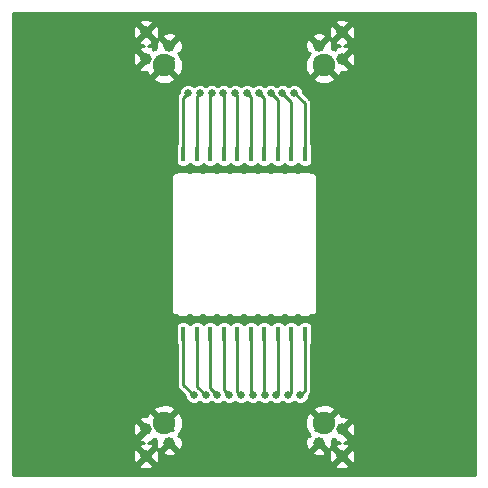
<source format=gbr>
G04 #@! TF.GenerationSoftware,KiCad,Pcbnew,(5.1.5)-3*
G04 #@! TF.CreationDate,2020-01-16T17:02:50-07:00*
G04 #@! TF.ProjectId,Igloo10,49676c6f-6f31-4302-9e6b-696361645f70,rev?*
G04 #@! TF.SameCoordinates,Original*
G04 #@! TF.FileFunction,Copper,L1,Top*
G04 #@! TF.FilePolarity,Positive*
%FSLAX46Y46*%
G04 Gerber Fmt 4.6, Leading zero omitted, Abs format (unit mm)*
G04 Created by KiCad (PCBNEW (5.1.5)-3) date 2020-01-16 17:02:50*
%MOMM*%
%LPD*%
G04 APERTURE LIST*
%ADD10C,1.000000*%
%ADD11C,1.900000*%
%ADD12R,0.381000X1.270000*%
%ADD13C,0.711000*%
%ADD14C,3.280000*%
%ADD15C,1.016000*%
%ADD16C,0.635000*%
%ADD17C,0.254000*%
G04 APERTURE END LIST*
D10*
X109545000Y-48675000D03*
X122195000Y-48675000D03*
X107570000Y-47550000D03*
X107570000Y-49800000D03*
X124170000Y-47550000D03*
X124170000Y-49800000D03*
D11*
X109120000Y-50350000D03*
X122620000Y-50350000D03*
D12*
X110726500Y-57855000D03*
X111869500Y-57855000D03*
X113012500Y-57855000D03*
X114155500Y-57855000D03*
X115298500Y-57855000D03*
X116441500Y-57855000D03*
X117584500Y-57855000D03*
X118727500Y-57855000D03*
X119870500Y-57855000D03*
X121013500Y-57855000D03*
D10*
X122195000Y-82295000D03*
X109545000Y-82295000D03*
X124170000Y-83420000D03*
X124170000Y-81170000D03*
X107570000Y-83420000D03*
X107570000Y-81170000D03*
D11*
X122620000Y-80620000D03*
X109120000Y-80620000D03*
D12*
X121013500Y-73085000D03*
X119870500Y-73085000D03*
X118727500Y-73085000D03*
X117584500Y-73085000D03*
X116441500Y-73085000D03*
X115298500Y-73085000D03*
X114155500Y-73085000D03*
X113012500Y-73085000D03*
X111869500Y-73085000D03*
X110726500Y-73085000D03*
D13*
X113573400Y-59220000D03*
X115870000Y-71720000D03*
X131110000Y-65470000D03*
X103130000Y-73090000D03*
D14*
X131110000Y-57850000D03*
X131110000Y-73090000D03*
X100630000Y-57850000D03*
D13*
X109155000Y-61470000D03*
X127870000Y-62470000D03*
X123585000Y-75470000D03*
X100630000Y-65470000D03*
X109155000Y-69470000D03*
X103870000Y-68470000D03*
X128610000Y-73130000D03*
X117020000Y-71710400D03*
X98130000Y-57850000D03*
X118173400Y-59220000D03*
X119323400Y-59220000D03*
X122585000Y-61470000D03*
X120473400Y-59220000D03*
X112420000Y-71720000D03*
X111273400Y-59220000D03*
X128610000Y-57830000D03*
D15*
X124585000Y-70470000D03*
D13*
X121620000Y-71710400D03*
X110123400Y-59220000D03*
X114720000Y-71720000D03*
X123585000Y-72470000D03*
X123585000Y-58470000D03*
X110120000Y-71720000D03*
X123585000Y-55470000D03*
X133610000Y-57870000D03*
X108155000Y-58470000D03*
X113570000Y-71720000D03*
X119320000Y-71710400D03*
X114723400Y-59220000D03*
D14*
X100630000Y-73090000D03*
D13*
X103130000Y-57850000D03*
X111270000Y-71720000D03*
X120470000Y-71710400D03*
X115873400Y-59220000D03*
D15*
X100630000Y-61850000D03*
D13*
X122585000Y-69470000D03*
X109155000Y-65560000D03*
X108155000Y-55470000D03*
X122585000Y-65480000D03*
X112423400Y-59220000D03*
X98130000Y-73090000D03*
X117023400Y-59220000D03*
X103870000Y-62470000D03*
X133610000Y-73090000D03*
X121623400Y-59220000D03*
X108155000Y-72470000D03*
X127870000Y-68470000D03*
X108155000Y-75470000D03*
X118170000Y-71720000D03*
D15*
X107155000Y-60470000D03*
X107155000Y-70390000D03*
X124585000Y-60470000D03*
X124585000Y-65470000D03*
X131110000Y-61850000D03*
X131110000Y-53850000D03*
X131110000Y-69090000D03*
X131110000Y-77090000D03*
X100630000Y-69090000D03*
X100630000Y-77090000D03*
X107155000Y-65470000D03*
X100630000Y-53850000D03*
D16*
X115120000Y-52675000D03*
X114120000Y-52675000D03*
X113120000Y-52675000D03*
X112120000Y-52675000D03*
X111120000Y-52675000D03*
X118120000Y-52675000D03*
X120120000Y-52675000D03*
X119120000Y-52675000D03*
X116120000Y-52675000D03*
X117120000Y-52675000D03*
X116620000Y-78295000D03*
X117620000Y-78295000D03*
X118620000Y-78295000D03*
X119620000Y-78295000D03*
X120620000Y-78295000D03*
X113620000Y-78295000D03*
X111620000Y-78295000D03*
X112620000Y-78295000D03*
X115620000Y-78295000D03*
X114620000Y-78295000D03*
D17*
X115298500Y-52853500D02*
X115120000Y-52675000D01*
X115298500Y-57855000D02*
X115298500Y-52853500D01*
X114155500Y-52710500D02*
X114120000Y-52675000D01*
X114155500Y-57855000D02*
X114155500Y-52710500D01*
X113012500Y-52782500D02*
X113120000Y-52675000D01*
X113012500Y-57855000D02*
X113012500Y-52782500D01*
X111869500Y-52925500D02*
X112120000Y-52675000D01*
X111869500Y-57855000D02*
X111869500Y-52925500D01*
X110726500Y-53068500D02*
X111120000Y-52675000D01*
X110726500Y-57855000D02*
X110726500Y-53068500D01*
X118727500Y-53282500D02*
X118120000Y-52675000D01*
X118727500Y-57855000D02*
X118727500Y-53282500D01*
X121013500Y-53568500D02*
X120120000Y-52675000D01*
X121013500Y-57855000D02*
X121013500Y-53568500D01*
X119870500Y-53425500D02*
X119120000Y-52675000D01*
X119870500Y-57855000D02*
X119870500Y-53425500D01*
X116441500Y-52996500D02*
X116120000Y-52675000D01*
X116441500Y-57855000D02*
X116441500Y-52996500D01*
X117584500Y-53139500D02*
X117120000Y-52675000D01*
X117584500Y-57855000D02*
X117584500Y-53139500D01*
X116441500Y-78116500D02*
X116620000Y-78295000D01*
X116441500Y-73085000D02*
X116441500Y-78116500D01*
X117584500Y-78259500D02*
X117620000Y-78295000D01*
X117584500Y-73085000D02*
X117584500Y-78259500D01*
X118727500Y-78187500D02*
X118620000Y-78295000D01*
X118727500Y-73085000D02*
X118727500Y-78187500D01*
X119870500Y-78044500D02*
X119620000Y-78295000D01*
X119870500Y-73085000D02*
X119870500Y-78044500D01*
X121013500Y-77901500D02*
X121013500Y-73085000D01*
X120620000Y-78295000D02*
X121013500Y-77901500D01*
X113012500Y-77687500D02*
X113012500Y-73085000D01*
X113620000Y-78295000D02*
X113012500Y-77687500D01*
X110726500Y-77401500D02*
X110726500Y-73085000D01*
X111620000Y-78295000D02*
X110726500Y-77401500D01*
X111869500Y-77544500D02*
X111869500Y-73085000D01*
X112620000Y-78295000D02*
X111869500Y-77544500D01*
X115298500Y-77973500D02*
X115298500Y-73085000D01*
X115620000Y-78295000D02*
X115298500Y-77973500D01*
X114155500Y-77830500D02*
X114155500Y-73085000D01*
X114620000Y-78295000D02*
X114155500Y-77830500D01*
G36*
X135418001Y-85018000D02*
G01*
X96322000Y-85018000D01*
X96322000Y-84198166D01*
X106971439Y-84198166D01*
X107006550Y-84411588D01*
X107210826Y-84502458D01*
X107428905Y-84551731D01*
X107652406Y-84557511D01*
X107872740Y-84519577D01*
X108081440Y-84439387D01*
X108133450Y-84411588D01*
X108168561Y-84198166D01*
X123571439Y-84198166D01*
X123606550Y-84411588D01*
X123810826Y-84502458D01*
X124028905Y-84551731D01*
X124252406Y-84557511D01*
X124472740Y-84519577D01*
X124681440Y-84439387D01*
X124733450Y-84411588D01*
X124768561Y-84198166D01*
X124170000Y-83599605D01*
X123571439Y-84198166D01*
X108168561Y-84198166D01*
X107570000Y-83599605D01*
X106971439Y-84198166D01*
X96322000Y-84198166D01*
X96322000Y-83502406D01*
X106432489Y-83502406D01*
X106470423Y-83722740D01*
X106550613Y-83931440D01*
X106578412Y-83983450D01*
X106791834Y-84018561D01*
X107390395Y-83420000D01*
X106791834Y-82821439D01*
X106578412Y-82856550D01*
X106487542Y-83060826D01*
X106438269Y-83278905D01*
X106432489Y-83502406D01*
X96322000Y-83502406D01*
X96322000Y-81252406D01*
X106432489Y-81252406D01*
X106470423Y-81472740D01*
X106550613Y-81681440D01*
X106578412Y-81733450D01*
X106791834Y-81768561D01*
X107390395Y-81170000D01*
X106791834Y-80571439D01*
X106578412Y-80606550D01*
X106487542Y-80810826D01*
X106438269Y-81028905D01*
X106432489Y-81252406D01*
X96322000Y-81252406D01*
X96322000Y-80391834D01*
X106971439Y-80391834D01*
X107570000Y-80990395D01*
X107571177Y-80989218D01*
X107571816Y-80993791D01*
X107670551Y-81277339D01*
X107584143Y-81363748D01*
X107570000Y-81349605D01*
X106971439Y-81948166D01*
X107006550Y-82161588D01*
X107210826Y-82252458D01*
X107405952Y-82296545D01*
X107267260Y-82320423D01*
X107058560Y-82400613D01*
X107006550Y-82428412D01*
X106971439Y-82641834D01*
X107570000Y-83240395D01*
X108168561Y-82641834D01*
X108133450Y-82428412D01*
X107929174Y-82337542D01*
X107734048Y-82293455D01*
X107872740Y-82269577D01*
X108081440Y-82189387D01*
X108133450Y-82161588D01*
X108168561Y-81948169D01*
X108286211Y-82065819D01*
X108345806Y-82006224D01*
X108436707Y-82050170D01*
X108413269Y-82153905D01*
X108407489Y-82377406D01*
X108445423Y-82597740D01*
X108525613Y-82806440D01*
X108551510Y-82854892D01*
X108348166Y-82821439D01*
X107749605Y-83420000D01*
X108348166Y-84018561D01*
X108561588Y-83983450D01*
X108652458Y-83779174D01*
X108701731Y-83561095D01*
X108707511Y-83337594D01*
X108669577Y-83117260D01*
X108652635Y-83073166D01*
X108946439Y-83073166D01*
X108981550Y-83286588D01*
X109185826Y-83377458D01*
X109403905Y-83426731D01*
X109627406Y-83432511D01*
X109847740Y-83394577D01*
X110056440Y-83314387D01*
X110108450Y-83286588D01*
X110143561Y-83073166D01*
X121596439Y-83073166D01*
X121631550Y-83286588D01*
X121835826Y-83377458D01*
X122053905Y-83426731D01*
X122277406Y-83432511D01*
X122497740Y-83394577D01*
X122706440Y-83314387D01*
X122758450Y-83286588D01*
X122793561Y-83073166D01*
X122195000Y-82474605D01*
X121596439Y-83073166D01*
X110143561Y-83073166D01*
X109545000Y-82474605D01*
X108946439Y-83073166D01*
X108652635Y-83073166D01*
X108589387Y-82908560D01*
X108563490Y-82860108D01*
X108766834Y-82893561D01*
X109365395Y-82295000D01*
X109351253Y-82280858D01*
X109459079Y-82173031D01*
X109493791Y-82168184D01*
X109591908Y-82134018D01*
X109738748Y-82280858D01*
X109724605Y-82295000D01*
X110323166Y-82893561D01*
X110536588Y-82858450D01*
X110627458Y-82654174D01*
X110676731Y-82436095D01*
X110682511Y-82212594D01*
X110644577Y-81992260D01*
X110564387Y-81783560D01*
X110536588Y-81731550D01*
X110323169Y-81696439D01*
X110440819Y-81578789D01*
X110355279Y-81493249D01*
X110479042Y-81450421D01*
X110614935Y-81169329D01*
X110693379Y-80867127D01*
X110703909Y-80684573D01*
X121028641Y-80684573D01*
X121071816Y-80993791D01*
X121174487Y-81288644D01*
X121260958Y-81450421D01*
X121384721Y-81493249D01*
X121299181Y-81578789D01*
X121416831Y-81696439D01*
X121203412Y-81731550D01*
X121112542Y-81935826D01*
X121063269Y-82153905D01*
X121057489Y-82377406D01*
X121095423Y-82597740D01*
X121175613Y-82806440D01*
X121203412Y-82858450D01*
X121416834Y-82893561D01*
X122015395Y-82295000D01*
X122001253Y-82280858D01*
X122147287Y-82134823D01*
X122276166Y-82168276D01*
X122388748Y-82280858D01*
X122374605Y-82295000D01*
X122973166Y-82893561D01*
X123176854Y-82860051D01*
X123087542Y-83060826D01*
X123038269Y-83278905D01*
X123032489Y-83502406D01*
X123070423Y-83722740D01*
X123150613Y-83931440D01*
X123178412Y-83983450D01*
X123391834Y-84018561D01*
X123990395Y-83420000D01*
X124349605Y-83420000D01*
X124948166Y-84018561D01*
X125161588Y-83983450D01*
X125252458Y-83779174D01*
X125301731Y-83561095D01*
X125307511Y-83337594D01*
X125269577Y-83117260D01*
X125189387Y-82908560D01*
X125161588Y-82856550D01*
X124948166Y-82821439D01*
X124349605Y-83420000D01*
X123990395Y-83420000D01*
X123391834Y-82821439D01*
X123188146Y-82854949D01*
X123277458Y-82654174D01*
X123326731Y-82436095D01*
X123332511Y-82212594D01*
X123305626Y-82056436D01*
X123396065Y-82008095D01*
X123453789Y-82065819D01*
X123571439Y-81948169D01*
X123606550Y-82161588D01*
X123810826Y-82252458D01*
X124005952Y-82296545D01*
X123867260Y-82320423D01*
X123658560Y-82400613D01*
X123606550Y-82428412D01*
X123571439Y-82641834D01*
X124170000Y-83240395D01*
X124768561Y-82641834D01*
X124733450Y-82428412D01*
X124529174Y-82337542D01*
X124334048Y-82293455D01*
X124472740Y-82269577D01*
X124681440Y-82189387D01*
X124733450Y-82161588D01*
X124768561Y-81948166D01*
X124170000Y-81349605D01*
X124155858Y-81363748D01*
X124064912Y-81272802D01*
X124114610Y-81170000D01*
X124349605Y-81170000D01*
X124948166Y-81768561D01*
X125161588Y-81733450D01*
X125252458Y-81529174D01*
X125301731Y-81311095D01*
X125307511Y-81087594D01*
X125269577Y-80867260D01*
X125189387Y-80658560D01*
X125161588Y-80606550D01*
X124948166Y-80571439D01*
X124349605Y-81170000D01*
X124114610Y-81170000D01*
X124114935Y-81169329D01*
X124163158Y-80983553D01*
X124170000Y-80990395D01*
X124768561Y-80391834D01*
X124733450Y-80178412D01*
X124529174Y-80087542D01*
X124311095Y-80038269D01*
X124093820Y-80032650D01*
X124065513Y-79951356D01*
X123979042Y-79789579D01*
X123719752Y-79699853D01*
X122799605Y-80620000D01*
X123069644Y-80890039D01*
X123038269Y-81028905D01*
X123033505Y-81213110D01*
X122620000Y-80799605D01*
X122258347Y-81161258D01*
X122112594Y-81157489D01*
X121892260Y-81195423D01*
X121847944Y-81212451D01*
X122440395Y-80620000D01*
X121520248Y-79699853D01*
X121260958Y-79789579D01*
X121125065Y-80070671D01*
X121046621Y-80372873D01*
X121028641Y-80684573D01*
X110703909Y-80684573D01*
X110711359Y-80555427D01*
X110668184Y-80246209D01*
X110565513Y-79951356D01*
X110479042Y-79789579D01*
X110219752Y-79699853D01*
X109299605Y-80620000D01*
X109888636Y-81209031D01*
X109686095Y-81163269D01*
X109478290Y-81157895D01*
X109120000Y-80799605D01*
X108704206Y-81215399D01*
X108707511Y-81087594D01*
X108673037Y-80887358D01*
X108940395Y-80620000D01*
X108020248Y-79699853D01*
X107760958Y-79789579D01*
X107641599Y-80036472D01*
X107487594Y-80032489D01*
X107267260Y-80070423D01*
X107058560Y-80150613D01*
X107006550Y-80178412D01*
X106971439Y-80391834D01*
X96322000Y-80391834D01*
X96322000Y-79520248D01*
X108199853Y-79520248D01*
X109120000Y-80440395D01*
X110040147Y-79520248D01*
X121699853Y-79520248D01*
X122620000Y-80440395D01*
X123540147Y-79520248D01*
X123450421Y-79260958D01*
X123169329Y-79125065D01*
X122867127Y-79046621D01*
X122555427Y-79028641D01*
X122246209Y-79071816D01*
X121951356Y-79174487D01*
X121789579Y-79260958D01*
X121699853Y-79520248D01*
X110040147Y-79520248D01*
X109950421Y-79260958D01*
X109669329Y-79125065D01*
X109367127Y-79046621D01*
X109055427Y-79028641D01*
X108746209Y-79071816D01*
X108451356Y-79174487D01*
X108289579Y-79260958D01*
X108199853Y-79520248D01*
X96322000Y-79520248D01*
X96322000Y-72450000D01*
X110106934Y-72450000D01*
X110106934Y-73720000D01*
X110115178Y-73803707D01*
X110139595Y-73884196D01*
X110172501Y-73945758D01*
X110172500Y-77374296D01*
X110169821Y-77401500D01*
X110172500Y-77428704D01*
X110172500Y-77428711D01*
X110178322Y-77487821D01*
X110180516Y-77510103D01*
X110190126Y-77541782D01*
X110212195Y-77614531D01*
X110263637Y-77710775D01*
X110332868Y-77795132D01*
X110354010Y-77812483D01*
X110875500Y-78333974D01*
X110875500Y-78368327D01*
X110904111Y-78512163D01*
X110960233Y-78647653D01*
X111041709Y-78769591D01*
X111145409Y-78873291D01*
X111267347Y-78954767D01*
X111402837Y-79010889D01*
X111546673Y-79039500D01*
X111693327Y-79039500D01*
X111837163Y-79010889D01*
X111972653Y-78954767D01*
X112094591Y-78873291D01*
X112120000Y-78847882D01*
X112145409Y-78873291D01*
X112267347Y-78954767D01*
X112402837Y-79010889D01*
X112546673Y-79039500D01*
X112693327Y-79039500D01*
X112837163Y-79010889D01*
X112972653Y-78954767D01*
X113094591Y-78873291D01*
X113120000Y-78847882D01*
X113145409Y-78873291D01*
X113267347Y-78954767D01*
X113402837Y-79010889D01*
X113546673Y-79039500D01*
X113693327Y-79039500D01*
X113837163Y-79010889D01*
X113972653Y-78954767D01*
X114094591Y-78873291D01*
X114120000Y-78847882D01*
X114145409Y-78873291D01*
X114267347Y-78954767D01*
X114402837Y-79010889D01*
X114546673Y-79039500D01*
X114693327Y-79039500D01*
X114837163Y-79010889D01*
X114972653Y-78954767D01*
X115094591Y-78873291D01*
X115120000Y-78847882D01*
X115145409Y-78873291D01*
X115267347Y-78954767D01*
X115402837Y-79010889D01*
X115546673Y-79039500D01*
X115693327Y-79039500D01*
X115837163Y-79010889D01*
X115972653Y-78954767D01*
X116094591Y-78873291D01*
X116120000Y-78847882D01*
X116145409Y-78873291D01*
X116267347Y-78954767D01*
X116402837Y-79010889D01*
X116546673Y-79039500D01*
X116693327Y-79039500D01*
X116837163Y-79010889D01*
X116972653Y-78954767D01*
X117094591Y-78873291D01*
X117120000Y-78847882D01*
X117145409Y-78873291D01*
X117267347Y-78954767D01*
X117402837Y-79010889D01*
X117546673Y-79039500D01*
X117693327Y-79039500D01*
X117837163Y-79010889D01*
X117972653Y-78954767D01*
X118094591Y-78873291D01*
X118120000Y-78847882D01*
X118145409Y-78873291D01*
X118267347Y-78954767D01*
X118402837Y-79010889D01*
X118546673Y-79039500D01*
X118693327Y-79039500D01*
X118837163Y-79010889D01*
X118972653Y-78954767D01*
X119094591Y-78873291D01*
X119120000Y-78847882D01*
X119145409Y-78873291D01*
X119267347Y-78954767D01*
X119402837Y-79010889D01*
X119546673Y-79039500D01*
X119693327Y-79039500D01*
X119837163Y-79010889D01*
X119972653Y-78954767D01*
X120094591Y-78873291D01*
X120120000Y-78847882D01*
X120145409Y-78873291D01*
X120267347Y-78954767D01*
X120402837Y-79010889D01*
X120546673Y-79039500D01*
X120693327Y-79039500D01*
X120837163Y-79010889D01*
X120972653Y-78954767D01*
X121094591Y-78873291D01*
X121198291Y-78769591D01*
X121279767Y-78647653D01*
X121335889Y-78512163D01*
X121364500Y-78368327D01*
X121364500Y-78333974D01*
X121385995Y-78312479D01*
X121407132Y-78295132D01*
X121476363Y-78210775D01*
X121527805Y-78114532D01*
X121559484Y-78010103D01*
X121567500Y-77928712D01*
X121567500Y-77928703D01*
X121570179Y-77901501D01*
X121567500Y-77874299D01*
X121567500Y-73945757D01*
X121600405Y-73884196D01*
X121624822Y-73803707D01*
X121633066Y-73720000D01*
X121633066Y-72450000D01*
X121624822Y-72366293D01*
X121600405Y-72285804D01*
X121560755Y-72211624D01*
X121507395Y-72146605D01*
X121442376Y-72093245D01*
X121368196Y-72053595D01*
X121287707Y-72029178D01*
X121204000Y-72020934D01*
X120823000Y-72020934D01*
X120739293Y-72029178D01*
X120658804Y-72053595D01*
X120584624Y-72093245D01*
X120519605Y-72146605D01*
X120466245Y-72211624D01*
X120442000Y-72256983D01*
X120417755Y-72211624D01*
X120364395Y-72146605D01*
X120299376Y-72093245D01*
X120225196Y-72053595D01*
X120144707Y-72029178D01*
X120061000Y-72020934D01*
X119680000Y-72020934D01*
X119596293Y-72029178D01*
X119515804Y-72053595D01*
X119441624Y-72093245D01*
X119376605Y-72146605D01*
X119323245Y-72211624D01*
X119299000Y-72256983D01*
X119274755Y-72211624D01*
X119221395Y-72146605D01*
X119156376Y-72093245D01*
X119082196Y-72053595D01*
X119001707Y-72029178D01*
X118918000Y-72020934D01*
X118537000Y-72020934D01*
X118453293Y-72029178D01*
X118372804Y-72053595D01*
X118298624Y-72093245D01*
X118233605Y-72146605D01*
X118180245Y-72211624D01*
X118156000Y-72256983D01*
X118131755Y-72211624D01*
X118078395Y-72146605D01*
X118013376Y-72093245D01*
X117939196Y-72053595D01*
X117858707Y-72029178D01*
X117775000Y-72020934D01*
X117394000Y-72020934D01*
X117310293Y-72029178D01*
X117229804Y-72053595D01*
X117155624Y-72093245D01*
X117090605Y-72146605D01*
X117037245Y-72211624D01*
X117013000Y-72256983D01*
X116988755Y-72211624D01*
X116935395Y-72146605D01*
X116870376Y-72093245D01*
X116796196Y-72053595D01*
X116715707Y-72029178D01*
X116632000Y-72020934D01*
X116251000Y-72020934D01*
X116167293Y-72029178D01*
X116086804Y-72053595D01*
X116012624Y-72093245D01*
X115947605Y-72146605D01*
X115894245Y-72211624D01*
X115870000Y-72256983D01*
X115845755Y-72211624D01*
X115792395Y-72146605D01*
X115727376Y-72093245D01*
X115653196Y-72053595D01*
X115572707Y-72029178D01*
X115489000Y-72020934D01*
X115108000Y-72020934D01*
X115024293Y-72029178D01*
X114943804Y-72053595D01*
X114869624Y-72093245D01*
X114804605Y-72146605D01*
X114751245Y-72211624D01*
X114727000Y-72256983D01*
X114702755Y-72211624D01*
X114649395Y-72146605D01*
X114584376Y-72093245D01*
X114510196Y-72053595D01*
X114429707Y-72029178D01*
X114346000Y-72020934D01*
X113965000Y-72020934D01*
X113881293Y-72029178D01*
X113800804Y-72053595D01*
X113726624Y-72093245D01*
X113661605Y-72146605D01*
X113608245Y-72211624D01*
X113584000Y-72256983D01*
X113559755Y-72211624D01*
X113506395Y-72146605D01*
X113441376Y-72093245D01*
X113367196Y-72053595D01*
X113286707Y-72029178D01*
X113203000Y-72020934D01*
X112822000Y-72020934D01*
X112738293Y-72029178D01*
X112657804Y-72053595D01*
X112583624Y-72093245D01*
X112518605Y-72146605D01*
X112465245Y-72211624D01*
X112441000Y-72256983D01*
X112416755Y-72211624D01*
X112363395Y-72146605D01*
X112298376Y-72093245D01*
X112224196Y-72053595D01*
X112143707Y-72029178D01*
X112060000Y-72020934D01*
X111679000Y-72020934D01*
X111595293Y-72029178D01*
X111514804Y-72053595D01*
X111440624Y-72093245D01*
X111375605Y-72146605D01*
X111322245Y-72211624D01*
X111298000Y-72256983D01*
X111273755Y-72211624D01*
X111220395Y-72146605D01*
X111155376Y-72093245D01*
X111081196Y-72053595D01*
X111000707Y-72029178D01*
X110917000Y-72020934D01*
X110536000Y-72020934D01*
X110452293Y-72029178D01*
X110371804Y-72053595D01*
X110297624Y-72093245D01*
X110232605Y-72146605D01*
X110179245Y-72211624D01*
X110139595Y-72285804D01*
X110115178Y-72366293D01*
X110106934Y-72450000D01*
X96322000Y-72450000D01*
X96322000Y-59755000D01*
X109700813Y-59755000D01*
X109703001Y-59777215D01*
X109703000Y-71162795D01*
X109700813Y-71185000D01*
X109709540Y-71273607D01*
X109735386Y-71358810D01*
X109777357Y-71437333D01*
X109833841Y-71506159D01*
X109902667Y-71562643D01*
X109981190Y-71604614D01*
X110066393Y-71630460D01*
X110155000Y-71639187D01*
X110177205Y-71637000D01*
X121562795Y-71637000D01*
X121585000Y-71639187D01*
X121607205Y-71637000D01*
X121673607Y-71630460D01*
X121758810Y-71604614D01*
X121837333Y-71562643D01*
X121906159Y-71506159D01*
X121962643Y-71437333D01*
X122004614Y-71358810D01*
X122030460Y-71273607D01*
X122039187Y-71185000D01*
X122037000Y-71162795D01*
X122037000Y-59777205D01*
X122039187Y-59755000D01*
X122030460Y-59666393D01*
X122004614Y-59581190D01*
X121962643Y-59502667D01*
X121906159Y-59433841D01*
X121837333Y-59377357D01*
X121758810Y-59335386D01*
X121673607Y-59309540D01*
X121607205Y-59303000D01*
X121585000Y-59300813D01*
X121562795Y-59303000D01*
X110177205Y-59303000D01*
X110155000Y-59300813D01*
X110132795Y-59303000D01*
X110066393Y-59309540D01*
X109981190Y-59335386D01*
X109902667Y-59377357D01*
X109833841Y-59433841D01*
X109777357Y-59502667D01*
X109735386Y-59581190D01*
X109709540Y-59666393D01*
X109700813Y-59755000D01*
X96322000Y-59755000D01*
X96322000Y-57220000D01*
X110106934Y-57220000D01*
X110106934Y-58490000D01*
X110115178Y-58573707D01*
X110139595Y-58654196D01*
X110179245Y-58728376D01*
X110232605Y-58793395D01*
X110297624Y-58846755D01*
X110371804Y-58886405D01*
X110452293Y-58910822D01*
X110536000Y-58919066D01*
X110917000Y-58919066D01*
X111000707Y-58910822D01*
X111081196Y-58886405D01*
X111155376Y-58846755D01*
X111220395Y-58793395D01*
X111273755Y-58728376D01*
X111298000Y-58683017D01*
X111322245Y-58728376D01*
X111375605Y-58793395D01*
X111440624Y-58846755D01*
X111514804Y-58886405D01*
X111595293Y-58910822D01*
X111679000Y-58919066D01*
X112060000Y-58919066D01*
X112143707Y-58910822D01*
X112224196Y-58886405D01*
X112298376Y-58846755D01*
X112363395Y-58793395D01*
X112416755Y-58728376D01*
X112441000Y-58683017D01*
X112465245Y-58728376D01*
X112518605Y-58793395D01*
X112583624Y-58846755D01*
X112657804Y-58886405D01*
X112738293Y-58910822D01*
X112822000Y-58919066D01*
X113203000Y-58919066D01*
X113286707Y-58910822D01*
X113367196Y-58886405D01*
X113441376Y-58846755D01*
X113506395Y-58793395D01*
X113559755Y-58728376D01*
X113584000Y-58683017D01*
X113608245Y-58728376D01*
X113661605Y-58793395D01*
X113726624Y-58846755D01*
X113800804Y-58886405D01*
X113881293Y-58910822D01*
X113965000Y-58919066D01*
X114346000Y-58919066D01*
X114429707Y-58910822D01*
X114510196Y-58886405D01*
X114584376Y-58846755D01*
X114649395Y-58793395D01*
X114702755Y-58728376D01*
X114727000Y-58683017D01*
X114751245Y-58728376D01*
X114804605Y-58793395D01*
X114869624Y-58846755D01*
X114943804Y-58886405D01*
X115024293Y-58910822D01*
X115108000Y-58919066D01*
X115489000Y-58919066D01*
X115572707Y-58910822D01*
X115653196Y-58886405D01*
X115727376Y-58846755D01*
X115792395Y-58793395D01*
X115845755Y-58728376D01*
X115870000Y-58683017D01*
X115894245Y-58728376D01*
X115947605Y-58793395D01*
X116012624Y-58846755D01*
X116086804Y-58886405D01*
X116167293Y-58910822D01*
X116251000Y-58919066D01*
X116632000Y-58919066D01*
X116715707Y-58910822D01*
X116796196Y-58886405D01*
X116870376Y-58846755D01*
X116935395Y-58793395D01*
X116988755Y-58728376D01*
X117013000Y-58683017D01*
X117037245Y-58728376D01*
X117090605Y-58793395D01*
X117155624Y-58846755D01*
X117229804Y-58886405D01*
X117310293Y-58910822D01*
X117394000Y-58919066D01*
X117775000Y-58919066D01*
X117858707Y-58910822D01*
X117939196Y-58886405D01*
X118013376Y-58846755D01*
X118078395Y-58793395D01*
X118131755Y-58728376D01*
X118156000Y-58683017D01*
X118180245Y-58728376D01*
X118233605Y-58793395D01*
X118298624Y-58846755D01*
X118372804Y-58886405D01*
X118453293Y-58910822D01*
X118537000Y-58919066D01*
X118918000Y-58919066D01*
X119001707Y-58910822D01*
X119082196Y-58886405D01*
X119156376Y-58846755D01*
X119221395Y-58793395D01*
X119274755Y-58728376D01*
X119299000Y-58683017D01*
X119323245Y-58728376D01*
X119376605Y-58793395D01*
X119441624Y-58846755D01*
X119515804Y-58886405D01*
X119596293Y-58910822D01*
X119680000Y-58919066D01*
X120061000Y-58919066D01*
X120144707Y-58910822D01*
X120225196Y-58886405D01*
X120299376Y-58846755D01*
X120364395Y-58793395D01*
X120417755Y-58728376D01*
X120442000Y-58683017D01*
X120466245Y-58728376D01*
X120519605Y-58793395D01*
X120584624Y-58846755D01*
X120658804Y-58886405D01*
X120739293Y-58910822D01*
X120823000Y-58919066D01*
X121204000Y-58919066D01*
X121287707Y-58910822D01*
X121368196Y-58886405D01*
X121442376Y-58846755D01*
X121507395Y-58793395D01*
X121560755Y-58728376D01*
X121600405Y-58654196D01*
X121624822Y-58573707D01*
X121633066Y-58490000D01*
X121633066Y-57220000D01*
X121624822Y-57136293D01*
X121600405Y-57055804D01*
X121567500Y-56994243D01*
X121567500Y-53595704D01*
X121570179Y-53568500D01*
X121567500Y-53541296D01*
X121567500Y-53541288D01*
X121559484Y-53459897D01*
X121549049Y-53425499D01*
X121527805Y-53355467D01*
X121476363Y-53259225D01*
X121424479Y-53196004D01*
X121424474Y-53195999D01*
X121407132Y-53174868D01*
X121386000Y-53157526D01*
X120864500Y-52636026D01*
X120864500Y-52601673D01*
X120835889Y-52457837D01*
X120779767Y-52322347D01*
X120698291Y-52200409D01*
X120594591Y-52096709D01*
X120472653Y-52015233D01*
X120337163Y-51959111D01*
X120193327Y-51930500D01*
X120046673Y-51930500D01*
X119902837Y-51959111D01*
X119767347Y-52015233D01*
X119645409Y-52096709D01*
X119620000Y-52122118D01*
X119594591Y-52096709D01*
X119472653Y-52015233D01*
X119337163Y-51959111D01*
X119193327Y-51930500D01*
X119046673Y-51930500D01*
X118902837Y-51959111D01*
X118767347Y-52015233D01*
X118645409Y-52096709D01*
X118620000Y-52122118D01*
X118594591Y-52096709D01*
X118472653Y-52015233D01*
X118337163Y-51959111D01*
X118193327Y-51930500D01*
X118046673Y-51930500D01*
X117902837Y-51959111D01*
X117767347Y-52015233D01*
X117645409Y-52096709D01*
X117620000Y-52122118D01*
X117594591Y-52096709D01*
X117472653Y-52015233D01*
X117337163Y-51959111D01*
X117193327Y-51930500D01*
X117046673Y-51930500D01*
X116902837Y-51959111D01*
X116767347Y-52015233D01*
X116645409Y-52096709D01*
X116620000Y-52122118D01*
X116594591Y-52096709D01*
X116472653Y-52015233D01*
X116337163Y-51959111D01*
X116193327Y-51930500D01*
X116046673Y-51930500D01*
X115902837Y-51959111D01*
X115767347Y-52015233D01*
X115645409Y-52096709D01*
X115620000Y-52122118D01*
X115594591Y-52096709D01*
X115472653Y-52015233D01*
X115337163Y-51959111D01*
X115193327Y-51930500D01*
X115046673Y-51930500D01*
X114902837Y-51959111D01*
X114767347Y-52015233D01*
X114645409Y-52096709D01*
X114620000Y-52122118D01*
X114594591Y-52096709D01*
X114472653Y-52015233D01*
X114337163Y-51959111D01*
X114193327Y-51930500D01*
X114046673Y-51930500D01*
X113902837Y-51959111D01*
X113767347Y-52015233D01*
X113645409Y-52096709D01*
X113620000Y-52122118D01*
X113594591Y-52096709D01*
X113472653Y-52015233D01*
X113337163Y-51959111D01*
X113193327Y-51930500D01*
X113046673Y-51930500D01*
X112902837Y-51959111D01*
X112767347Y-52015233D01*
X112645409Y-52096709D01*
X112620000Y-52122118D01*
X112594591Y-52096709D01*
X112472653Y-52015233D01*
X112337163Y-51959111D01*
X112193327Y-51930500D01*
X112046673Y-51930500D01*
X111902837Y-51959111D01*
X111767347Y-52015233D01*
X111645409Y-52096709D01*
X111620000Y-52122118D01*
X111594591Y-52096709D01*
X111472653Y-52015233D01*
X111337163Y-51959111D01*
X111193327Y-51930500D01*
X111046673Y-51930500D01*
X110902837Y-51959111D01*
X110767347Y-52015233D01*
X110645409Y-52096709D01*
X110541709Y-52200409D01*
X110460233Y-52322347D01*
X110404111Y-52457837D01*
X110375500Y-52601673D01*
X110375500Y-52636027D01*
X110354005Y-52657522D01*
X110332869Y-52674868D01*
X110315522Y-52696005D01*
X110263638Y-52759225D01*
X110212196Y-52855468D01*
X110180516Y-52959897D01*
X110169821Y-53068500D01*
X110172501Y-53095714D01*
X110172500Y-56994243D01*
X110139595Y-57055804D01*
X110115178Y-57136293D01*
X110106934Y-57220000D01*
X96322000Y-57220000D01*
X96322000Y-51449752D01*
X108199853Y-51449752D01*
X108289579Y-51709042D01*
X108570671Y-51844935D01*
X108872873Y-51923379D01*
X109184573Y-51941359D01*
X109493791Y-51898184D01*
X109788644Y-51795513D01*
X109950421Y-51709042D01*
X110040147Y-51449752D01*
X121699853Y-51449752D01*
X121789579Y-51709042D01*
X122070671Y-51844935D01*
X122372873Y-51923379D01*
X122684573Y-51941359D01*
X122993791Y-51898184D01*
X123288644Y-51795513D01*
X123450421Y-51709042D01*
X123540147Y-51449752D01*
X122620000Y-50529605D01*
X121699853Y-51449752D01*
X110040147Y-51449752D01*
X109120000Y-50529605D01*
X108199853Y-51449752D01*
X96322000Y-51449752D01*
X96322000Y-49882406D01*
X106432489Y-49882406D01*
X106470423Y-50102740D01*
X106550613Y-50311440D01*
X106578412Y-50363450D01*
X106791834Y-50398561D01*
X107390395Y-49800000D01*
X106791834Y-49201439D01*
X106578412Y-49236550D01*
X106487542Y-49440826D01*
X106438269Y-49658905D01*
X106432489Y-49882406D01*
X96322000Y-49882406D01*
X96322000Y-48328166D01*
X106971439Y-48328166D01*
X107006550Y-48541588D01*
X107210826Y-48632458D01*
X107405952Y-48676545D01*
X107267260Y-48700423D01*
X107058560Y-48780613D01*
X107006550Y-48808412D01*
X106971439Y-49021834D01*
X107570000Y-49620395D01*
X107584143Y-49606253D01*
X107675088Y-49697198D01*
X107625065Y-49800671D01*
X107576842Y-49986447D01*
X107570000Y-49979605D01*
X106971439Y-50578166D01*
X107006550Y-50791588D01*
X107210826Y-50882458D01*
X107428905Y-50931731D01*
X107646180Y-50937350D01*
X107674487Y-51018644D01*
X107760958Y-51180421D01*
X108020248Y-51270147D01*
X108940395Y-50350000D01*
X108670356Y-50079961D01*
X108701731Y-49941095D01*
X108706495Y-49756890D01*
X109120000Y-50170395D01*
X109481653Y-49808742D01*
X109627406Y-49812511D01*
X109847740Y-49774577D01*
X109892056Y-49757549D01*
X109299605Y-50350000D01*
X110219752Y-51270147D01*
X110479042Y-51180421D01*
X110614935Y-50899329D01*
X110693379Y-50597127D01*
X110703909Y-50414573D01*
X121028641Y-50414573D01*
X121071816Y-50723791D01*
X121174487Y-51018644D01*
X121260958Y-51180421D01*
X121520248Y-51270147D01*
X122440395Y-50350000D01*
X121851364Y-49760969D01*
X122053905Y-49806731D01*
X122261710Y-49812105D01*
X122620000Y-50170395D01*
X123035794Y-49754601D01*
X123032489Y-49882406D01*
X123066963Y-50082642D01*
X122799605Y-50350000D01*
X123719752Y-51270147D01*
X123979042Y-51180421D01*
X124098401Y-50933528D01*
X124252406Y-50937511D01*
X124472740Y-50899577D01*
X124681440Y-50819387D01*
X124733450Y-50791588D01*
X124768561Y-50578166D01*
X124170000Y-49979605D01*
X124168823Y-49980782D01*
X124168184Y-49976209D01*
X124106826Y-49800000D01*
X124349605Y-49800000D01*
X124948166Y-50398561D01*
X125161588Y-50363450D01*
X125252458Y-50159174D01*
X125301731Y-49941095D01*
X125307511Y-49717594D01*
X125269577Y-49497260D01*
X125189387Y-49288560D01*
X125161588Y-49236550D01*
X124948166Y-49201439D01*
X124349605Y-49800000D01*
X124106826Y-49800000D01*
X124069449Y-49692661D01*
X124155858Y-49606253D01*
X124170000Y-49620395D01*
X124768561Y-49021834D01*
X124733450Y-48808412D01*
X124529174Y-48717542D01*
X124334048Y-48673455D01*
X124472740Y-48649577D01*
X124681440Y-48569387D01*
X124733450Y-48541588D01*
X124768561Y-48328166D01*
X124170000Y-47729605D01*
X123571439Y-48328166D01*
X123606550Y-48541588D01*
X123810826Y-48632458D01*
X124005952Y-48676545D01*
X123867260Y-48700423D01*
X123658560Y-48780613D01*
X123606550Y-48808412D01*
X123571439Y-49021831D01*
X123453789Y-48904181D01*
X123394194Y-48963776D01*
X123303293Y-48919830D01*
X123326731Y-48816095D01*
X123332511Y-48592594D01*
X123294577Y-48372260D01*
X123214387Y-48163560D01*
X123188490Y-48115108D01*
X123391834Y-48148561D01*
X123990395Y-47550000D01*
X124349605Y-47550000D01*
X124948166Y-48148561D01*
X125161588Y-48113450D01*
X125252458Y-47909174D01*
X125301731Y-47691095D01*
X125307511Y-47467594D01*
X125269577Y-47247260D01*
X125189387Y-47038560D01*
X125161588Y-46986550D01*
X124948166Y-46951439D01*
X124349605Y-47550000D01*
X123990395Y-47550000D01*
X123391834Y-46951439D01*
X123178412Y-46986550D01*
X123087542Y-47190826D01*
X123038269Y-47408905D01*
X123032489Y-47632406D01*
X123070423Y-47852740D01*
X123150613Y-48061440D01*
X123176510Y-48109892D01*
X122973166Y-48076439D01*
X122374605Y-48675000D01*
X122388748Y-48689143D01*
X122280921Y-48796969D01*
X122246209Y-48801816D01*
X122148092Y-48835982D01*
X122001253Y-48689143D01*
X122015395Y-48675000D01*
X121416834Y-48076439D01*
X121203412Y-48111550D01*
X121112542Y-48315826D01*
X121063269Y-48533905D01*
X121057489Y-48757406D01*
X121095423Y-48977740D01*
X121175613Y-49186440D01*
X121203412Y-49238450D01*
X121416831Y-49273561D01*
X121299181Y-49391211D01*
X121384721Y-49476751D01*
X121260958Y-49519579D01*
X121125065Y-49800671D01*
X121046621Y-50102873D01*
X121028641Y-50414573D01*
X110703909Y-50414573D01*
X110711359Y-50285427D01*
X110668184Y-49976209D01*
X110565513Y-49681356D01*
X110479042Y-49519579D01*
X110355279Y-49476751D01*
X110440819Y-49391211D01*
X110323169Y-49273561D01*
X110536588Y-49238450D01*
X110627458Y-49034174D01*
X110676731Y-48816095D01*
X110682511Y-48592594D01*
X110644577Y-48372260D01*
X110564387Y-48163560D01*
X110536588Y-48111550D01*
X110323166Y-48076439D01*
X109724605Y-48675000D01*
X109738748Y-48689143D01*
X109592713Y-48835177D01*
X109463834Y-48801724D01*
X109351253Y-48689143D01*
X109365395Y-48675000D01*
X108766834Y-48076439D01*
X108563146Y-48109949D01*
X108652458Y-47909174D01*
X108655246Y-47896834D01*
X108946439Y-47896834D01*
X109545000Y-48495395D01*
X110143561Y-47896834D01*
X121596439Y-47896834D01*
X122195000Y-48495395D01*
X122793561Y-47896834D01*
X122758450Y-47683412D01*
X122554174Y-47592542D01*
X122336095Y-47543269D01*
X122112594Y-47537489D01*
X121892260Y-47575423D01*
X121683560Y-47655613D01*
X121631550Y-47683412D01*
X121596439Y-47896834D01*
X110143561Y-47896834D01*
X110108450Y-47683412D01*
X109904174Y-47592542D01*
X109686095Y-47543269D01*
X109462594Y-47537489D01*
X109242260Y-47575423D01*
X109033560Y-47655613D01*
X108981550Y-47683412D01*
X108946439Y-47896834D01*
X108655246Y-47896834D01*
X108701731Y-47691095D01*
X108707511Y-47467594D01*
X108669577Y-47247260D01*
X108589387Y-47038560D01*
X108561588Y-46986550D01*
X108348166Y-46951439D01*
X107749605Y-47550000D01*
X108348166Y-48148561D01*
X108551854Y-48115051D01*
X108462542Y-48315826D01*
X108413269Y-48533905D01*
X108407489Y-48757406D01*
X108434374Y-48913564D01*
X108343935Y-48961905D01*
X108286211Y-48904181D01*
X108168561Y-49021831D01*
X108133450Y-48808412D01*
X107929174Y-48717542D01*
X107734048Y-48673455D01*
X107872740Y-48649577D01*
X108081440Y-48569387D01*
X108133450Y-48541588D01*
X108168561Y-48328166D01*
X107570000Y-47729605D01*
X106971439Y-48328166D01*
X96322000Y-48328166D01*
X96322000Y-47632406D01*
X106432489Y-47632406D01*
X106470423Y-47852740D01*
X106550613Y-48061440D01*
X106578412Y-48113450D01*
X106791834Y-48148561D01*
X107390395Y-47550000D01*
X106791834Y-46951439D01*
X106578412Y-46986550D01*
X106487542Y-47190826D01*
X106438269Y-47408905D01*
X106432489Y-47632406D01*
X96322000Y-47632406D01*
X96322000Y-46771834D01*
X106971439Y-46771834D01*
X107570000Y-47370395D01*
X108168561Y-46771834D01*
X123571439Y-46771834D01*
X124170000Y-47370395D01*
X124768561Y-46771834D01*
X124733450Y-46558412D01*
X124529174Y-46467542D01*
X124311095Y-46418269D01*
X124087594Y-46412489D01*
X123867260Y-46450423D01*
X123658560Y-46530613D01*
X123606550Y-46558412D01*
X123571439Y-46771834D01*
X108168561Y-46771834D01*
X108133450Y-46558412D01*
X107929174Y-46467542D01*
X107711095Y-46418269D01*
X107487594Y-46412489D01*
X107267260Y-46450423D01*
X107058560Y-46530613D01*
X107006550Y-46558412D01*
X106971439Y-46771834D01*
X96322000Y-46771834D01*
X96322000Y-45922000D01*
X135418000Y-45922000D01*
X135418001Y-85018000D01*
G37*
X135418001Y-85018000D02*
X96322000Y-85018000D01*
X96322000Y-84198166D01*
X106971439Y-84198166D01*
X107006550Y-84411588D01*
X107210826Y-84502458D01*
X107428905Y-84551731D01*
X107652406Y-84557511D01*
X107872740Y-84519577D01*
X108081440Y-84439387D01*
X108133450Y-84411588D01*
X108168561Y-84198166D01*
X123571439Y-84198166D01*
X123606550Y-84411588D01*
X123810826Y-84502458D01*
X124028905Y-84551731D01*
X124252406Y-84557511D01*
X124472740Y-84519577D01*
X124681440Y-84439387D01*
X124733450Y-84411588D01*
X124768561Y-84198166D01*
X124170000Y-83599605D01*
X123571439Y-84198166D01*
X108168561Y-84198166D01*
X107570000Y-83599605D01*
X106971439Y-84198166D01*
X96322000Y-84198166D01*
X96322000Y-83502406D01*
X106432489Y-83502406D01*
X106470423Y-83722740D01*
X106550613Y-83931440D01*
X106578412Y-83983450D01*
X106791834Y-84018561D01*
X107390395Y-83420000D01*
X106791834Y-82821439D01*
X106578412Y-82856550D01*
X106487542Y-83060826D01*
X106438269Y-83278905D01*
X106432489Y-83502406D01*
X96322000Y-83502406D01*
X96322000Y-81252406D01*
X106432489Y-81252406D01*
X106470423Y-81472740D01*
X106550613Y-81681440D01*
X106578412Y-81733450D01*
X106791834Y-81768561D01*
X107390395Y-81170000D01*
X106791834Y-80571439D01*
X106578412Y-80606550D01*
X106487542Y-80810826D01*
X106438269Y-81028905D01*
X106432489Y-81252406D01*
X96322000Y-81252406D01*
X96322000Y-80391834D01*
X106971439Y-80391834D01*
X107570000Y-80990395D01*
X107571177Y-80989218D01*
X107571816Y-80993791D01*
X107670551Y-81277339D01*
X107584143Y-81363748D01*
X107570000Y-81349605D01*
X106971439Y-81948166D01*
X107006550Y-82161588D01*
X107210826Y-82252458D01*
X107405952Y-82296545D01*
X107267260Y-82320423D01*
X107058560Y-82400613D01*
X107006550Y-82428412D01*
X106971439Y-82641834D01*
X107570000Y-83240395D01*
X108168561Y-82641834D01*
X108133450Y-82428412D01*
X107929174Y-82337542D01*
X107734048Y-82293455D01*
X107872740Y-82269577D01*
X108081440Y-82189387D01*
X108133450Y-82161588D01*
X108168561Y-81948169D01*
X108286211Y-82065819D01*
X108345806Y-82006224D01*
X108436707Y-82050170D01*
X108413269Y-82153905D01*
X108407489Y-82377406D01*
X108445423Y-82597740D01*
X108525613Y-82806440D01*
X108551510Y-82854892D01*
X108348166Y-82821439D01*
X107749605Y-83420000D01*
X108348166Y-84018561D01*
X108561588Y-83983450D01*
X108652458Y-83779174D01*
X108701731Y-83561095D01*
X108707511Y-83337594D01*
X108669577Y-83117260D01*
X108652635Y-83073166D01*
X108946439Y-83073166D01*
X108981550Y-83286588D01*
X109185826Y-83377458D01*
X109403905Y-83426731D01*
X109627406Y-83432511D01*
X109847740Y-83394577D01*
X110056440Y-83314387D01*
X110108450Y-83286588D01*
X110143561Y-83073166D01*
X121596439Y-83073166D01*
X121631550Y-83286588D01*
X121835826Y-83377458D01*
X122053905Y-83426731D01*
X122277406Y-83432511D01*
X122497740Y-83394577D01*
X122706440Y-83314387D01*
X122758450Y-83286588D01*
X122793561Y-83073166D01*
X122195000Y-82474605D01*
X121596439Y-83073166D01*
X110143561Y-83073166D01*
X109545000Y-82474605D01*
X108946439Y-83073166D01*
X108652635Y-83073166D01*
X108589387Y-82908560D01*
X108563490Y-82860108D01*
X108766834Y-82893561D01*
X109365395Y-82295000D01*
X109351253Y-82280858D01*
X109459079Y-82173031D01*
X109493791Y-82168184D01*
X109591908Y-82134018D01*
X109738748Y-82280858D01*
X109724605Y-82295000D01*
X110323166Y-82893561D01*
X110536588Y-82858450D01*
X110627458Y-82654174D01*
X110676731Y-82436095D01*
X110682511Y-82212594D01*
X110644577Y-81992260D01*
X110564387Y-81783560D01*
X110536588Y-81731550D01*
X110323169Y-81696439D01*
X110440819Y-81578789D01*
X110355279Y-81493249D01*
X110479042Y-81450421D01*
X110614935Y-81169329D01*
X110693379Y-80867127D01*
X110703909Y-80684573D01*
X121028641Y-80684573D01*
X121071816Y-80993791D01*
X121174487Y-81288644D01*
X121260958Y-81450421D01*
X121384721Y-81493249D01*
X121299181Y-81578789D01*
X121416831Y-81696439D01*
X121203412Y-81731550D01*
X121112542Y-81935826D01*
X121063269Y-82153905D01*
X121057489Y-82377406D01*
X121095423Y-82597740D01*
X121175613Y-82806440D01*
X121203412Y-82858450D01*
X121416834Y-82893561D01*
X122015395Y-82295000D01*
X122001253Y-82280858D01*
X122147287Y-82134823D01*
X122276166Y-82168276D01*
X122388748Y-82280858D01*
X122374605Y-82295000D01*
X122973166Y-82893561D01*
X123176854Y-82860051D01*
X123087542Y-83060826D01*
X123038269Y-83278905D01*
X123032489Y-83502406D01*
X123070423Y-83722740D01*
X123150613Y-83931440D01*
X123178412Y-83983450D01*
X123391834Y-84018561D01*
X123990395Y-83420000D01*
X124349605Y-83420000D01*
X124948166Y-84018561D01*
X125161588Y-83983450D01*
X125252458Y-83779174D01*
X125301731Y-83561095D01*
X125307511Y-83337594D01*
X125269577Y-83117260D01*
X125189387Y-82908560D01*
X125161588Y-82856550D01*
X124948166Y-82821439D01*
X124349605Y-83420000D01*
X123990395Y-83420000D01*
X123391834Y-82821439D01*
X123188146Y-82854949D01*
X123277458Y-82654174D01*
X123326731Y-82436095D01*
X123332511Y-82212594D01*
X123305626Y-82056436D01*
X123396065Y-82008095D01*
X123453789Y-82065819D01*
X123571439Y-81948169D01*
X123606550Y-82161588D01*
X123810826Y-82252458D01*
X124005952Y-82296545D01*
X123867260Y-82320423D01*
X123658560Y-82400613D01*
X123606550Y-82428412D01*
X123571439Y-82641834D01*
X124170000Y-83240395D01*
X124768561Y-82641834D01*
X124733450Y-82428412D01*
X124529174Y-82337542D01*
X124334048Y-82293455D01*
X124472740Y-82269577D01*
X124681440Y-82189387D01*
X124733450Y-82161588D01*
X124768561Y-81948166D01*
X124170000Y-81349605D01*
X124155858Y-81363748D01*
X124064912Y-81272802D01*
X124114610Y-81170000D01*
X124349605Y-81170000D01*
X124948166Y-81768561D01*
X125161588Y-81733450D01*
X125252458Y-81529174D01*
X125301731Y-81311095D01*
X125307511Y-81087594D01*
X125269577Y-80867260D01*
X125189387Y-80658560D01*
X125161588Y-80606550D01*
X124948166Y-80571439D01*
X124349605Y-81170000D01*
X124114610Y-81170000D01*
X124114935Y-81169329D01*
X124163158Y-80983553D01*
X124170000Y-80990395D01*
X124768561Y-80391834D01*
X124733450Y-80178412D01*
X124529174Y-80087542D01*
X124311095Y-80038269D01*
X124093820Y-80032650D01*
X124065513Y-79951356D01*
X123979042Y-79789579D01*
X123719752Y-79699853D01*
X122799605Y-80620000D01*
X123069644Y-80890039D01*
X123038269Y-81028905D01*
X123033505Y-81213110D01*
X122620000Y-80799605D01*
X122258347Y-81161258D01*
X122112594Y-81157489D01*
X121892260Y-81195423D01*
X121847944Y-81212451D01*
X122440395Y-80620000D01*
X121520248Y-79699853D01*
X121260958Y-79789579D01*
X121125065Y-80070671D01*
X121046621Y-80372873D01*
X121028641Y-80684573D01*
X110703909Y-80684573D01*
X110711359Y-80555427D01*
X110668184Y-80246209D01*
X110565513Y-79951356D01*
X110479042Y-79789579D01*
X110219752Y-79699853D01*
X109299605Y-80620000D01*
X109888636Y-81209031D01*
X109686095Y-81163269D01*
X109478290Y-81157895D01*
X109120000Y-80799605D01*
X108704206Y-81215399D01*
X108707511Y-81087594D01*
X108673037Y-80887358D01*
X108940395Y-80620000D01*
X108020248Y-79699853D01*
X107760958Y-79789579D01*
X107641599Y-80036472D01*
X107487594Y-80032489D01*
X107267260Y-80070423D01*
X107058560Y-80150613D01*
X107006550Y-80178412D01*
X106971439Y-80391834D01*
X96322000Y-80391834D01*
X96322000Y-79520248D01*
X108199853Y-79520248D01*
X109120000Y-80440395D01*
X110040147Y-79520248D01*
X121699853Y-79520248D01*
X122620000Y-80440395D01*
X123540147Y-79520248D01*
X123450421Y-79260958D01*
X123169329Y-79125065D01*
X122867127Y-79046621D01*
X122555427Y-79028641D01*
X122246209Y-79071816D01*
X121951356Y-79174487D01*
X121789579Y-79260958D01*
X121699853Y-79520248D01*
X110040147Y-79520248D01*
X109950421Y-79260958D01*
X109669329Y-79125065D01*
X109367127Y-79046621D01*
X109055427Y-79028641D01*
X108746209Y-79071816D01*
X108451356Y-79174487D01*
X108289579Y-79260958D01*
X108199853Y-79520248D01*
X96322000Y-79520248D01*
X96322000Y-72450000D01*
X110106934Y-72450000D01*
X110106934Y-73720000D01*
X110115178Y-73803707D01*
X110139595Y-73884196D01*
X110172501Y-73945758D01*
X110172500Y-77374296D01*
X110169821Y-77401500D01*
X110172500Y-77428704D01*
X110172500Y-77428711D01*
X110178322Y-77487821D01*
X110180516Y-77510103D01*
X110190126Y-77541782D01*
X110212195Y-77614531D01*
X110263637Y-77710775D01*
X110332868Y-77795132D01*
X110354010Y-77812483D01*
X110875500Y-78333974D01*
X110875500Y-78368327D01*
X110904111Y-78512163D01*
X110960233Y-78647653D01*
X111041709Y-78769591D01*
X111145409Y-78873291D01*
X111267347Y-78954767D01*
X111402837Y-79010889D01*
X111546673Y-79039500D01*
X111693327Y-79039500D01*
X111837163Y-79010889D01*
X111972653Y-78954767D01*
X112094591Y-78873291D01*
X112120000Y-78847882D01*
X112145409Y-78873291D01*
X112267347Y-78954767D01*
X112402837Y-79010889D01*
X112546673Y-79039500D01*
X112693327Y-79039500D01*
X112837163Y-79010889D01*
X112972653Y-78954767D01*
X113094591Y-78873291D01*
X113120000Y-78847882D01*
X113145409Y-78873291D01*
X113267347Y-78954767D01*
X113402837Y-79010889D01*
X113546673Y-79039500D01*
X113693327Y-79039500D01*
X113837163Y-79010889D01*
X113972653Y-78954767D01*
X114094591Y-78873291D01*
X114120000Y-78847882D01*
X114145409Y-78873291D01*
X114267347Y-78954767D01*
X114402837Y-79010889D01*
X114546673Y-79039500D01*
X114693327Y-79039500D01*
X114837163Y-79010889D01*
X114972653Y-78954767D01*
X115094591Y-78873291D01*
X115120000Y-78847882D01*
X115145409Y-78873291D01*
X115267347Y-78954767D01*
X115402837Y-79010889D01*
X115546673Y-79039500D01*
X115693327Y-79039500D01*
X115837163Y-79010889D01*
X115972653Y-78954767D01*
X116094591Y-78873291D01*
X116120000Y-78847882D01*
X116145409Y-78873291D01*
X116267347Y-78954767D01*
X116402837Y-79010889D01*
X116546673Y-79039500D01*
X116693327Y-79039500D01*
X116837163Y-79010889D01*
X116972653Y-78954767D01*
X117094591Y-78873291D01*
X117120000Y-78847882D01*
X117145409Y-78873291D01*
X117267347Y-78954767D01*
X117402837Y-79010889D01*
X117546673Y-79039500D01*
X117693327Y-79039500D01*
X117837163Y-79010889D01*
X117972653Y-78954767D01*
X118094591Y-78873291D01*
X118120000Y-78847882D01*
X118145409Y-78873291D01*
X118267347Y-78954767D01*
X118402837Y-79010889D01*
X118546673Y-79039500D01*
X118693327Y-79039500D01*
X118837163Y-79010889D01*
X118972653Y-78954767D01*
X119094591Y-78873291D01*
X119120000Y-78847882D01*
X119145409Y-78873291D01*
X119267347Y-78954767D01*
X119402837Y-79010889D01*
X119546673Y-79039500D01*
X119693327Y-79039500D01*
X119837163Y-79010889D01*
X119972653Y-78954767D01*
X120094591Y-78873291D01*
X120120000Y-78847882D01*
X120145409Y-78873291D01*
X120267347Y-78954767D01*
X120402837Y-79010889D01*
X120546673Y-79039500D01*
X120693327Y-79039500D01*
X120837163Y-79010889D01*
X120972653Y-78954767D01*
X121094591Y-78873291D01*
X121198291Y-78769591D01*
X121279767Y-78647653D01*
X121335889Y-78512163D01*
X121364500Y-78368327D01*
X121364500Y-78333974D01*
X121385995Y-78312479D01*
X121407132Y-78295132D01*
X121476363Y-78210775D01*
X121527805Y-78114532D01*
X121559484Y-78010103D01*
X121567500Y-77928712D01*
X121567500Y-77928703D01*
X121570179Y-77901501D01*
X121567500Y-77874299D01*
X121567500Y-73945757D01*
X121600405Y-73884196D01*
X121624822Y-73803707D01*
X121633066Y-73720000D01*
X121633066Y-72450000D01*
X121624822Y-72366293D01*
X121600405Y-72285804D01*
X121560755Y-72211624D01*
X121507395Y-72146605D01*
X121442376Y-72093245D01*
X121368196Y-72053595D01*
X121287707Y-72029178D01*
X121204000Y-72020934D01*
X120823000Y-72020934D01*
X120739293Y-72029178D01*
X120658804Y-72053595D01*
X120584624Y-72093245D01*
X120519605Y-72146605D01*
X120466245Y-72211624D01*
X120442000Y-72256983D01*
X120417755Y-72211624D01*
X120364395Y-72146605D01*
X120299376Y-72093245D01*
X120225196Y-72053595D01*
X120144707Y-72029178D01*
X120061000Y-72020934D01*
X119680000Y-72020934D01*
X119596293Y-72029178D01*
X119515804Y-72053595D01*
X119441624Y-72093245D01*
X119376605Y-72146605D01*
X119323245Y-72211624D01*
X119299000Y-72256983D01*
X119274755Y-72211624D01*
X119221395Y-72146605D01*
X119156376Y-72093245D01*
X119082196Y-72053595D01*
X119001707Y-72029178D01*
X118918000Y-72020934D01*
X118537000Y-72020934D01*
X118453293Y-72029178D01*
X118372804Y-72053595D01*
X118298624Y-72093245D01*
X118233605Y-72146605D01*
X118180245Y-72211624D01*
X118156000Y-72256983D01*
X118131755Y-72211624D01*
X118078395Y-72146605D01*
X118013376Y-72093245D01*
X117939196Y-72053595D01*
X117858707Y-72029178D01*
X117775000Y-72020934D01*
X117394000Y-72020934D01*
X117310293Y-72029178D01*
X117229804Y-72053595D01*
X117155624Y-72093245D01*
X117090605Y-72146605D01*
X117037245Y-72211624D01*
X117013000Y-72256983D01*
X116988755Y-72211624D01*
X116935395Y-72146605D01*
X116870376Y-72093245D01*
X116796196Y-72053595D01*
X116715707Y-72029178D01*
X116632000Y-72020934D01*
X116251000Y-72020934D01*
X116167293Y-72029178D01*
X116086804Y-72053595D01*
X116012624Y-72093245D01*
X115947605Y-72146605D01*
X115894245Y-72211624D01*
X115870000Y-72256983D01*
X115845755Y-72211624D01*
X115792395Y-72146605D01*
X115727376Y-72093245D01*
X115653196Y-72053595D01*
X115572707Y-72029178D01*
X115489000Y-72020934D01*
X115108000Y-72020934D01*
X115024293Y-72029178D01*
X114943804Y-72053595D01*
X114869624Y-72093245D01*
X114804605Y-72146605D01*
X114751245Y-72211624D01*
X114727000Y-72256983D01*
X114702755Y-72211624D01*
X114649395Y-72146605D01*
X114584376Y-72093245D01*
X114510196Y-72053595D01*
X114429707Y-72029178D01*
X114346000Y-72020934D01*
X113965000Y-72020934D01*
X113881293Y-72029178D01*
X113800804Y-72053595D01*
X113726624Y-72093245D01*
X113661605Y-72146605D01*
X113608245Y-72211624D01*
X113584000Y-72256983D01*
X113559755Y-72211624D01*
X113506395Y-72146605D01*
X113441376Y-72093245D01*
X113367196Y-72053595D01*
X113286707Y-72029178D01*
X113203000Y-72020934D01*
X112822000Y-72020934D01*
X112738293Y-72029178D01*
X112657804Y-72053595D01*
X112583624Y-72093245D01*
X112518605Y-72146605D01*
X112465245Y-72211624D01*
X112441000Y-72256983D01*
X112416755Y-72211624D01*
X112363395Y-72146605D01*
X112298376Y-72093245D01*
X112224196Y-72053595D01*
X112143707Y-72029178D01*
X112060000Y-72020934D01*
X111679000Y-72020934D01*
X111595293Y-72029178D01*
X111514804Y-72053595D01*
X111440624Y-72093245D01*
X111375605Y-72146605D01*
X111322245Y-72211624D01*
X111298000Y-72256983D01*
X111273755Y-72211624D01*
X111220395Y-72146605D01*
X111155376Y-72093245D01*
X111081196Y-72053595D01*
X111000707Y-72029178D01*
X110917000Y-72020934D01*
X110536000Y-72020934D01*
X110452293Y-72029178D01*
X110371804Y-72053595D01*
X110297624Y-72093245D01*
X110232605Y-72146605D01*
X110179245Y-72211624D01*
X110139595Y-72285804D01*
X110115178Y-72366293D01*
X110106934Y-72450000D01*
X96322000Y-72450000D01*
X96322000Y-59755000D01*
X109700813Y-59755000D01*
X109703001Y-59777215D01*
X109703000Y-71162795D01*
X109700813Y-71185000D01*
X109709540Y-71273607D01*
X109735386Y-71358810D01*
X109777357Y-71437333D01*
X109833841Y-71506159D01*
X109902667Y-71562643D01*
X109981190Y-71604614D01*
X110066393Y-71630460D01*
X110155000Y-71639187D01*
X110177205Y-71637000D01*
X121562795Y-71637000D01*
X121585000Y-71639187D01*
X121607205Y-71637000D01*
X121673607Y-71630460D01*
X121758810Y-71604614D01*
X121837333Y-71562643D01*
X121906159Y-71506159D01*
X121962643Y-71437333D01*
X122004614Y-71358810D01*
X122030460Y-71273607D01*
X122039187Y-71185000D01*
X122037000Y-71162795D01*
X122037000Y-59777205D01*
X122039187Y-59755000D01*
X122030460Y-59666393D01*
X122004614Y-59581190D01*
X121962643Y-59502667D01*
X121906159Y-59433841D01*
X121837333Y-59377357D01*
X121758810Y-59335386D01*
X121673607Y-59309540D01*
X121607205Y-59303000D01*
X121585000Y-59300813D01*
X121562795Y-59303000D01*
X110177205Y-59303000D01*
X110155000Y-59300813D01*
X110132795Y-59303000D01*
X110066393Y-59309540D01*
X109981190Y-59335386D01*
X109902667Y-59377357D01*
X109833841Y-59433841D01*
X109777357Y-59502667D01*
X109735386Y-59581190D01*
X109709540Y-59666393D01*
X109700813Y-59755000D01*
X96322000Y-59755000D01*
X96322000Y-57220000D01*
X110106934Y-57220000D01*
X110106934Y-58490000D01*
X110115178Y-58573707D01*
X110139595Y-58654196D01*
X110179245Y-58728376D01*
X110232605Y-58793395D01*
X110297624Y-58846755D01*
X110371804Y-58886405D01*
X110452293Y-58910822D01*
X110536000Y-58919066D01*
X110917000Y-58919066D01*
X111000707Y-58910822D01*
X111081196Y-58886405D01*
X111155376Y-58846755D01*
X111220395Y-58793395D01*
X111273755Y-58728376D01*
X111298000Y-58683017D01*
X111322245Y-58728376D01*
X111375605Y-58793395D01*
X111440624Y-58846755D01*
X111514804Y-58886405D01*
X111595293Y-58910822D01*
X111679000Y-58919066D01*
X112060000Y-58919066D01*
X112143707Y-58910822D01*
X112224196Y-58886405D01*
X112298376Y-58846755D01*
X112363395Y-58793395D01*
X112416755Y-58728376D01*
X112441000Y-58683017D01*
X112465245Y-58728376D01*
X112518605Y-58793395D01*
X112583624Y-58846755D01*
X112657804Y-58886405D01*
X112738293Y-58910822D01*
X112822000Y-58919066D01*
X113203000Y-58919066D01*
X113286707Y-58910822D01*
X113367196Y-58886405D01*
X113441376Y-58846755D01*
X113506395Y-58793395D01*
X113559755Y-58728376D01*
X113584000Y-58683017D01*
X113608245Y-58728376D01*
X113661605Y-58793395D01*
X113726624Y-58846755D01*
X113800804Y-58886405D01*
X113881293Y-58910822D01*
X113965000Y-58919066D01*
X114346000Y-58919066D01*
X114429707Y-58910822D01*
X114510196Y-58886405D01*
X114584376Y-58846755D01*
X114649395Y-58793395D01*
X114702755Y-58728376D01*
X114727000Y-58683017D01*
X114751245Y-58728376D01*
X114804605Y-58793395D01*
X114869624Y-58846755D01*
X114943804Y-58886405D01*
X115024293Y-58910822D01*
X115108000Y-58919066D01*
X115489000Y-58919066D01*
X115572707Y-58910822D01*
X115653196Y-58886405D01*
X115727376Y-58846755D01*
X115792395Y-58793395D01*
X115845755Y-58728376D01*
X115870000Y-58683017D01*
X115894245Y-58728376D01*
X115947605Y-58793395D01*
X116012624Y-58846755D01*
X116086804Y-58886405D01*
X116167293Y-58910822D01*
X116251000Y-58919066D01*
X116632000Y-58919066D01*
X116715707Y-58910822D01*
X116796196Y-58886405D01*
X116870376Y-58846755D01*
X116935395Y-58793395D01*
X116988755Y-58728376D01*
X117013000Y-58683017D01*
X117037245Y-58728376D01*
X117090605Y-58793395D01*
X117155624Y-58846755D01*
X117229804Y-58886405D01*
X117310293Y-58910822D01*
X117394000Y-58919066D01*
X117775000Y-58919066D01*
X117858707Y-58910822D01*
X117939196Y-58886405D01*
X118013376Y-58846755D01*
X118078395Y-58793395D01*
X118131755Y-58728376D01*
X118156000Y-58683017D01*
X118180245Y-58728376D01*
X118233605Y-58793395D01*
X118298624Y-58846755D01*
X118372804Y-58886405D01*
X118453293Y-58910822D01*
X118537000Y-58919066D01*
X118918000Y-58919066D01*
X119001707Y-58910822D01*
X119082196Y-58886405D01*
X119156376Y-58846755D01*
X119221395Y-58793395D01*
X119274755Y-58728376D01*
X119299000Y-58683017D01*
X119323245Y-58728376D01*
X119376605Y-58793395D01*
X119441624Y-58846755D01*
X119515804Y-58886405D01*
X119596293Y-58910822D01*
X119680000Y-58919066D01*
X120061000Y-58919066D01*
X120144707Y-58910822D01*
X120225196Y-58886405D01*
X120299376Y-58846755D01*
X120364395Y-58793395D01*
X120417755Y-58728376D01*
X120442000Y-58683017D01*
X120466245Y-58728376D01*
X120519605Y-58793395D01*
X120584624Y-58846755D01*
X120658804Y-58886405D01*
X120739293Y-58910822D01*
X120823000Y-58919066D01*
X121204000Y-58919066D01*
X121287707Y-58910822D01*
X121368196Y-58886405D01*
X121442376Y-58846755D01*
X121507395Y-58793395D01*
X121560755Y-58728376D01*
X121600405Y-58654196D01*
X121624822Y-58573707D01*
X121633066Y-58490000D01*
X121633066Y-57220000D01*
X121624822Y-57136293D01*
X121600405Y-57055804D01*
X121567500Y-56994243D01*
X121567500Y-53595704D01*
X121570179Y-53568500D01*
X121567500Y-53541296D01*
X121567500Y-53541288D01*
X121559484Y-53459897D01*
X121549049Y-53425499D01*
X121527805Y-53355467D01*
X121476363Y-53259225D01*
X121424479Y-53196004D01*
X121424474Y-53195999D01*
X121407132Y-53174868D01*
X121386000Y-53157526D01*
X120864500Y-52636026D01*
X120864500Y-52601673D01*
X120835889Y-52457837D01*
X120779767Y-52322347D01*
X120698291Y-52200409D01*
X120594591Y-52096709D01*
X120472653Y-52015233D01*
X120337163Y-51959111D01*
X120193327Y-51930500D01*
X120046673Y-51930500D01*
X119902837Y-51959111D01*
X119767347Y-52015233D01*
X119645409Y-52096709D01*
X119620000Y-52122118D01*
X119594591Y-52096709D01*
X119472653Y-52015233D01*
X119337163Y-51959111D01*
X119193327Y-51930500D01*
X119046673Y-51930500D01*
X118902837Y-51959111D01*
X118767347Y-52015233D01*
X118645409Y-52096709D01*
X118620000Y-52122118D01*
X118594591Y-52096709D01*
X118472653Y-52015233D01*
X118337163Y-51959111D01*
X118193327Y-51930500D01*
X118046673Y-51930500D01*
X117902837Y-51959111D01*
X117767347Y-52015233D01*
X117645409Y-52096709D01*
X117620000Y-52122118D01*
X117594591Y-52096709D01*
X117472653Y-52015233D01*
X117337163Y-51959111D01*
X117193327Y-51930500D01*
X117046673Y-51930500D01*
X116902837Y-51959111D01*
X116767347Y-52015233D01*
X116645409Y-52096709D01*
X116620000Y-52122118D01*
X116594591Y-52096709D01*
X116472653Y-52015233D01*
X116337163Y-51959111D01*
X116193327Y-51930500D01*
X116046673Y-51930500D01*
X115902837Y-51959111D01*
X115767347Y-52015233D01*
X115645409Y-52096709D01*
X115620000Y-52122118D01*
X115594591Y-52096709D01*
X115472653Y-52015233D01*
X115337163Y-51959111D01*
X115193327Y-51930500D01*
X115046673Y-51930500D01*
X114902837Y-51959111D01*
X114767347Y-52015233D01*
X114645409Y-52096709D01*
X114620000Y-52122118D01*
X114594591Y-52096709D01*
X114472653Y-52015233D01*
X114337163Y-51959111D01*
X114193327Y-51930500D01*
X114046673Y-51930500D01*
X113902837Y-51959111D01*
X113767347Y-52015233D01*
X113645409Y-52096709D01*
X113620000Y-52122118D01*
X113594591Y-52096709D01*
X113472653Y-52015233D01*
X113337163Y-51959111D01*
X113193327Y-51930500D01*
X113046673Y-51930500D01*
X112902837Y-51959111D01*
X112767347Y-52015233D01*
X112645409Y-52096709D01*
X112620000Y-52122118D01*
X112594591Y-52096709D01*
X112472653Y-52015233D01*
X112337163Y-51959111D01*
X112193327Y-51930500D01*
X112046673Y-51930500D01*
X111902837Y-51959111D01*
X111767347Y-52015233D01*
X111645409Y-52096709D01*
X111620000Y-52122118D01*
X111594591Y-52096709D01*
X111472653Y-52015233D01*
X111337163Y-51959111D01*
X111193327Y-51930500D01*
X111046673Y-51930500D01*
X110902837Y-51959111D01*
X110767347Y-52015233D01*
X110645409Y-52096709D01*
X110541709Y-52200409D01*
X110460233Y-52322347D01*
X110404111Y-52457837D01*
X110375500Y-52601673D01*
X110375500Y-52636027D01*
X110354005Y-52657522D01*
X110332869Y-52674868D01*
X110315522Y-52696005D01*
X110263638Y-52759225D01*
X110212196Y-52855468D01*
X110180516Y-52959897D01*
X110169821Y-53068500D01*
X110172501Y-53095714D01*
X110172500Y-56994243D01*
X110139595Y-57055804D01*
X110115178Y-57136293D01*
X110106934Y-57220000D01*
X96322000Y-57220000D01*
X96322000Y-51449752D01*
X108199853Y-51449752D01*
X108289579Y-51709042D01*
X108570671Y-51844935D01*
X108872873Y-51923379D01*
X109184573Y-51941359D01*
X109493791Y-51898184D01*
X109788644Y-51795513D01*
X109950421Y-51709042D01*
X110040147Y-51449752D01*
X121699853Y-51449752D01*
X121789579Y-51709042D01*
X122070671Y-51844935D01*
X122372873Y-51923379D01*
X122684573Y-51941359D01*
X122993791Y-51898184D01*
X123288644Y-51795513D01*
X123450421Y-51709042D01*
X123540147Y-51449752D01*
X122620000Y-50529605D01*
X121699853Y-51449752D01*
X110040147Y-51449752D01*
X109120000Y-50529605D01*
X108199853Y-51449752D01*
X96322000Y-51449752D01*
X96322000Y-49882406D01*
X106432489Y-49882406D01*
X106470423Y-50102740D01*
X106550613Y-50311440D01*
X106578412Y-50363450D01*
X106791834Y-50398561D01*
X107390395Y-49800000D01*
X106791834Y-49201439D01*
X106578412Y-49236550D01*
X106487542Y-49440826D01*
X106438269Y-49658905D01*
X106432489Y-49882406D01*
X96322000Y-49882406D01*
X96322000Y-48328166D01*
X106971439Y-48328166D01*
X107006550Y-48541588D01*
X107210826Y-48632458D01*
X107405952Y-48676545D01*
X107267260Y-48700423D01*
X107058560Y-48780613D01*
X107006550Y-48808412D01*
X106971439Y-49021834D01*
X107570000Y-49620395D01*
X107584143Y-49606253D01*
X107675088Y-49697198D01*
X107625065Y-49800671D01*
X107576842Y-49986447D01*
X107570000Y-49979605D01*
X106971439Y-50578166D01*
X107006550Y-50791588D01*
X107210826Y-50882458D01*
X107428905Y-50931731D01*
X107646180Y-50937350D01*
X107674487Y-51018644D01*
X107760958Y-51180421D01*
X108020248Y-51270147D01*
X108940395Y-50350000D01*
X108670356Y-50079961D01*
X108701731Y-49941095D01*
X108706495Y-49756890D01*
X109120000Y-50170395D01*
X109481653Y-49808742D01*
X109627406Y-49812511D01*
X109847740Y-49774577D01*
X109892056Y-49757549D01*
X109299605Y-50350000D01*
X110219752Y-51270147D01*
X110479042Y-51180421D01*
X110614935Y-50899329D01*
X110693379Y-50597127D01*
X110703909Y-50414573D01*
X121028641Y-50414573D01*
X121071816Y-50723791D01*
X121174487Y-51018644D01*
X121260958Y-51180421D01*
X121520248Y-51270147D01*
X122440395Y-50350000D01*
X121851364Y-49760969D01*
X122053905Y-49806731D01*
X122261710Y-49812105D01*
X122620000Y-50170395D01*
X123035794Y-49754601D01*
X123032489Y-49882406D01*
X123066963Y-50082642D01*
X122799605Y-50350000D01*
X123719752Y-51270147D01*
X123979042Y-51180421D01*
X124098401Y-50933528D01*
X124252406Y-50937511D01*
X124472740Y-50899577D01*
X124681440Y-50819387D01*
X124733450Y-50791588D01*
X124768561Y-50578166D01*
X124170000Y-49979605D01*
X124168823Y-49980782D01*
X124168184Y-49976209D01*
X124106826Y-49800000D01*
X124349605Y-49800000D01*
X124948166Y-50398561D01*
X125161588Y-50363450D01*
X125252458Y-50159174D01*
X125301731Y-49941095D01*
X125307511Y-49717594D01*
X125269577Y-49497260D01*
X125189387Y-49288560D01*
X125161588Y-49236550D01*
X124948166Y-49201439D01*
X124349605Y-49800000D01*
X124106826Y-49800000D01*
X124069449Y-49692661D01*
X124155858Y-49606253D01*
X124170000Y-49620395D01*
X124768561Y-49021834D01*
X124733450Y-48808412D01*
X124529174Y-48717542D01*
X124334048Y-48673455D01*
X124472740Y-48649577D01*
X124681440Y-48569387D01*
X124733450Y-48541588D01*
X124768561Y-48328166D01*
X124170000Y-47729605D01*
X123571439Y-48328166D01*
X123606550Y-48541588D01*
X123810826Y-48632458D01*
X124005952Y-48676545D01*
X123867260Y-48700423D01*
X123658560Y-48780613D01*
X123606550Y-48808412D01*
X123571439Y-49021831D01*
X123453789Y-48904181D01*
X123394194Y-48963776D01*
X123303293Y-48919830D01*
X123326731Y-48816095D01*
X123332511Y-48592594D01*
X123294577Y-48372260D01*
X123214387Y-48163560D01*
X123188490Y-48115108D01*
X123391834Y-48148561D01*
X123990395Y-47550000D01*
X124349605Y-47550000D01*
X124948166Y-48148561D01*
X125161588Y-48113450D01*
X125252458Y-47909174D01*
X125301731Y-47691095D01*
X125307511Y-47467594D01*
X125269577Y-47247260D01*
X125189387Y-47038560D01*
X125161588Y-46986550D01*
X124948166Y-46951439D01*
X124349605Y-47550000D01*
X123990395Y-47550000D01*
X123391834Y-46951439D01*
X123178412Y-46986550D01*
X123087542Y-47190826D01*
X123038269Y-47408905D01*
X123032489Y-47632406D01*
X123070423Y-47852740D01*
X123150613Y-48061440D01*
X123176510Y-48109892D01*
X122973166Y-48076439D01*
X122374605Y-48675000D01*
X122388748Y-48689143D01*
X122280921Y-48796969D01*
X122246209Y-48801816D01*
X122148092Y-48835982D01*
X122001253Y-48689143D01*
X122015395Y-48675000D01*
X121416834Y-48076439D01*
X121203412Y-48111550D01*
X121112542Y-48315826D01*
X121063269Y-48533905D01*
X121057489Y-48757406D01*
X121095423Y-48977740D01*
X121175613Y-49186440D01*
X121203412Y-49238450D01*
X121416831Y-49273561D01*
X121299181Y-49391211D01*
X121384721Y-49476751D01*
X121260958Y-49519579D01*
X121125065Y-49800671D01*
X121046621Y-50102873D01*
X121028641Y-50414573D01*
X110703909Y-50414573D01*
X110711359Y-50285427D01*
X110668184Y-49976209D01*
X110565513Y-49681356D01*
X110479042Y-49519579D01*
X110355279Y-49476751D01*
X110440819Y-49391211D01*
X110323169Y-49273561D01*
X110536588Y-49238450D01*
X110627458Y-49034174D01*
X110676731Y-48816095D01*
X110682511Y-48592594D01*
X110644577Y-48372260D01*
X110564387Y-48163560D01*
X110536588Y-48111550D01*
X110323166Y-48076439D01*
X109724605Y-48675000D01*
X109738748Y-48689143D01*
X109592713Y-48835177D01*
X109463834Y-48801724D01*
X109351253Y-48689143D01*
X109365395Y-48675000D01*
X108766834Y-48076439D01*
X108563146Y-48109949D01*
X108652458Y-47909174D01*
X108655246Y-47896834D01*
X108946439Y-47896834D01*
X109545000Y-48495395D01*
X110143561Y-47896834D01*
X121596439Y-47896834D01*
X122195000Y-48495395D01*
X122793561Y-47896834D01*
X122758450Y-47683412D01*
X122554174Y-47592542D01*
X122336095Y-47543269D01*
X122112594Y-47537489D01*
X121892260Y-47575423D01*
X121683560Y-47655613D01*
X121631550Y-47683412D01*
X121596439Y-47896834D01*
X110143561Y-47896834D01*
X110108450Y-47683412D01*
X109904174Y-47592542D01*
X109686095Y-47543269D01*
X109462594Y-47537489D01*
X109242260Y-47575423D01*
X109033560Y-47655613D01*
X108981550Y-47683412D01*
X108946439Y-47896834D01*
X108655246Y-47896834D01*
X108701731Y-47691095D01*
X108707511Y-47467594D01*
X108669577Y-47247260D01*
X108589387Y-47038560D01*
X108561588Y-46986550D01*
X108348166Y-46951439D01*
X107749605Y-47550000D01*
X108348166Y-48148561D01*
X108551854Y-48115051D01*
X108462542Y-48315826D01*
X108413269Y-48533905D01*
X108407489Y-48757406D01*
X108434374Y-48913564D01*
X108343935Y-48961905D01*
X108286211Y-48904181D01*
X108168561Y-49021831D01*
X108133450Y-48808412D01*
X107929174Y-48717542D01*
X107734048Y-48673455D01*
X107872740Y-48649577D01*
X108081440Y-48569387D01*
X108133450Y-48541588D01*
X108168561Y-48328166D01*
X107570000Y-47729605D01*
X106971439Y-48328166D01*
X96322000Y-48328166D01*
X96322000Y-47632406D01*
X106432489Y-47632406D01*
X106470423Y-47852740D01*
X106550613Y-48061440D01*
X106578412Y-48113450D01*
X106791834Y-48148561D01*
X107390395Y-47550000D01*
X106791834Y-46951439D01*
X106578412Y-46986550D01*
X106487542Y-47190826D01*
X106438269Y-47408905D01*
X106432489Y-47632406D01*
X96322000Y-47632406D01*
X96322000Y-46771834D01*
X106971439Y-46771834D01*
X107570000Y-47370395D01*
X108168561Y-46771834D01*
X123571439Y-46771834D01*
X124170000Y-47370395D01*
X124768561Y-46771834D01*
X124733450Y-46558412D01*
X124529174Y-46467542D01*
X124311095Y-46418269D01*
X124087594Y-46412489D01*
X123867260Y-46450423D01*
X123658560Y-46530613D01*
X123606550Y-46558412D01*
X123571439Y-46771834D01*
X108168561Y-46771834D01*
X108133450Y-46558412D01*
X107929174Y-46467542D01*
X107711095Y-46418269D01*
X107487594Y-46412489D01*
X107267260Y-46450423D01*
X107058560Y-46530613D01*
X107006550Y-46558412D01*
X106971439Y-46771834D01*
X96322000Y-46771834D01*
X96322000Y-45922000D01*
X135418000Y-45922000D01*
X135418001Y-85018000D01*
M02*

</source>
